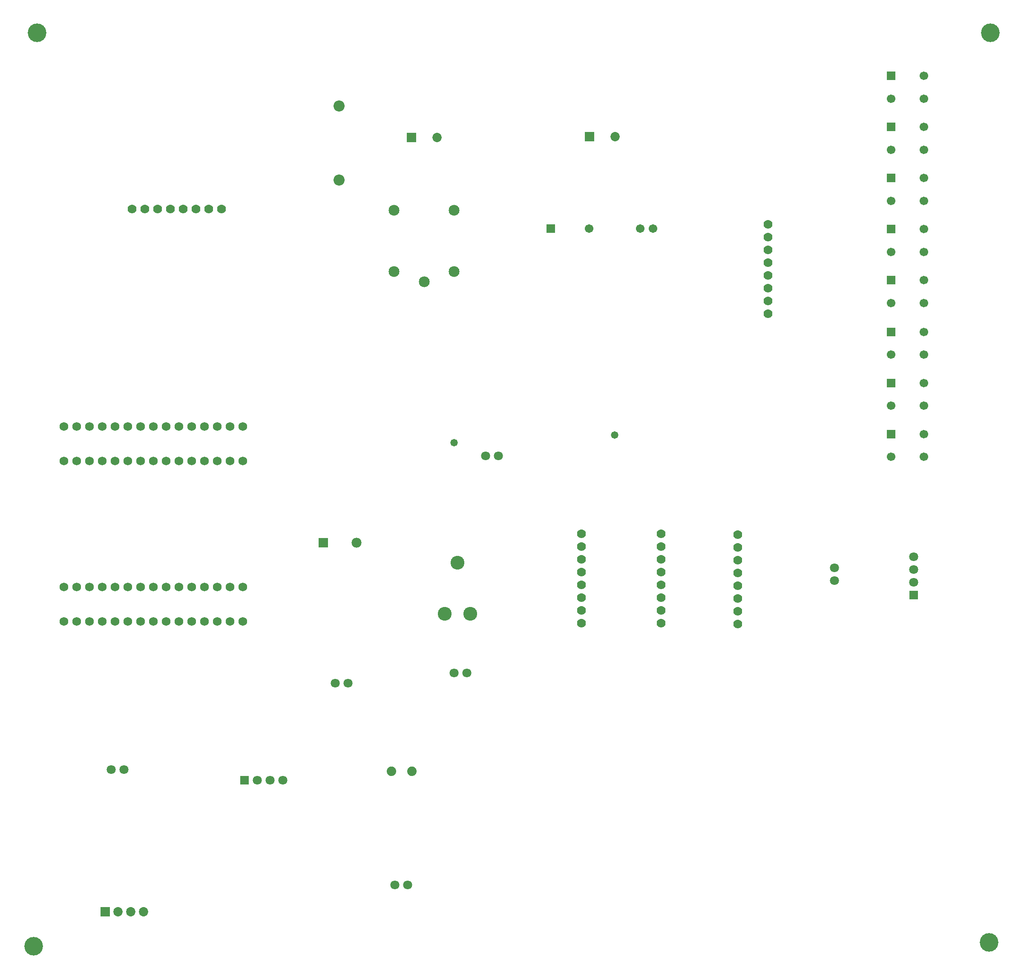
<source format=gbs>
G04*
G04 #@! TF.GenerationSoftware,Altium Limited,Altium Designer,23.1.1 (15)*
G04*
G04 Layer_Color=16711935*
%FSLAX44Y44*%
%MOMM*%
G71*
G04*
G04 #@! TF.SameCoordinates,AA1C95EE-6770-4743-BBAD-D3AA2F0EE2A5*
G04*
G04*
G04 #@! TF.FilePolarity,Negative*
G04*
G01*
G75*
%ADD31C,1.8532*%
%ADD32R,1.8532X1.8532*%
%ADD33C,3.7032*%
%ADD34C,1.9812*%
%ADD35R,1.9812X1.9812*%
%ADD36C,2.1532*%
%ADD37C,1.8082*%
%ADD38C,1.7780*%
%ADD39C,2.7432*%
%ADD40C,1.7012*%
%ADD41R,1.7012X1.7012*%
%ADD42C,1.7332*%
%ADD43R,1.7112X1.7112*%
%ADD44C,1.7112*%
%ADD45R,1.8082X1.8082*%
%ADD46C,1.8542*%
%ADD47R,1.8542X1.8542*%
%ADD48C,2.2032*%
%ADD49C,1.8796*%
%ADD50R,1.8082X1.8082*%
%ADD51C,2.7032*%
%ADD52C,1.4732*%
D31*
X1209040Y1663700D02*
D03*
X854710Y1662430D02*
D03*
D32*
X1158240Y1663700D02*
D03*
X803910Y1662430D02*
D03*
D33*
X53340Y53340D02*
D03*
X1951990Y60960D02*
D03*
X1954530Y1870710D02*
D03*
X59690D02*
D03*
D34*
X694690Y855980D02*
D03*
D35*
X628650D02*
D03*
D36*
X889310Y1517690D02*
D03*
X769310D02*
D03*
Y1395690D02*
D03*
X889310D02*
D03*
X829310Y1375690D02*
D03*
D37*
X207010Y405130D02*
D03*
X232410D02*
D03*
X652780Y576580D02*
D03*
X678180D02*
D03*
X770890Y175260D02*
D03*
X796290D02*
D03*
X951230Y1028700D02*
D03*
X976630D02*
D03*
X914670Y597170D02*
D03*
X889270D02*
D03*
X1644920Y806180D02*
D03*
Y780780D02*
D03*
X1802130Y828040D02*
D03*
Y802640D02*
D03*
Y777240D02*
D03*
X548640Y383540D02*
D03*
X523240D02*
D03*
X497840D02*
D03*
D38*
X1300480Y695960D02*
D03*
Y772160D02*
D03*
Y797560D02*
D03*
Y822960D02*
D03*
Y848360D02*
D03*
Y873760D02*
D03*
Y746760D02*
D03*
Y721360D02*
D03*
X1141730Y695960D02*
D03*
Y772160D02*
D03*
Y797560D02*
D03*
Y822960D02*
D03*
Y848360D02*
D03*
Y873760D02*
D03*
Y746760D02*
D03*
Y721360D02*
D03*
X1452880Y694690D02*
D03*
Y770890D02*
D03*
Y796290D02*
D03*
Y821690D02*
D03*
Y847090D02*
D03*
Y872490D02*
D03*
Y745490D02*
D03*
Y720090D02*
D03*
X426720Y1520190D02*
D03*
X350520D02*
D03*
X325120D02*
D03*
X299720D02*
D03*
X274320D02*
D03*
X248920D02*
D03*
X375920D02*
D03*
X401320D02*
D03*
X1512570Y1311910D02*
D03*
Y1388110D02*
D03*
Y1413510D02*
D03*
Y1438910D02*
D03*
Y1464310D02*
D03*
Y1489710D02*
D03*
Y1362710D02*
D03*
Y1337310D02*
D03*
D39*
X895350Y816610D02*
D03*
X869950Y715010D02*
D03*
X920750D02*
D03*
D40*
X1822840Y1581540D02*
D03*
Y1536540D02*
D03*
X1757840D02*
D03*
X1822840Y1479940D02*
D03*
Y1434940D02*
D03*
X1757840D02*
D03*
X1822840Y1378340D02*
D03*
Y1333340D02*
D03*
X1757840D02*
D03*
X1822840Y1173870D02*
D03*
Y1128870D02*
D03*
X1757840D02*
D03*
X1822840Y1072270D02*
D03*
Y1027270D02*
D03*
X1757840D02*
D03*
X1822840Y1683140D02*
D03*
Y1638140D02*
D03*
X1757840D02*
D03*
X1822840Y1784740D02*
D03*
Y1739740D02*
D03*
X1757840D02*
D03*
X1822840Y1275470D02*
D03*
Y1230470D02*
D03*
X1757840D02*
D03*
D41*
Y1581540D02*
D03*
Y1479940D02*
D03*
Y1378340D02*
D03*
Y1173870D02*
D03*
Y1072270D02*
D03*
Y1683140D02*
D03*
Y1784740D02*
D03*
Y1275470D02*
D03*
D42*
X468630Y699770D02*
D03*
X443230D02*
D03*
X417830D02*
D03*
X392430D02*
D03*
X367030D02*
D03*
X341630D02*
D03*
X316230D02*
D03*
X290830D02*
D03*
X265430D02*
D03*
X240030D02*
D03*
X214630D02*
D03*
X189230D02*
D03*
X163830D02*
D03*
X138430D02*
D03*
X113030D02*
D03*
Y768350D02*
D03*
X138430D02*
D03*
X163830D02*
D03*
X189230D02*
D03*
X214630D02*
D03*
X240030D02*
D03*
X265430D02*
D03*
X290830D02*
D03*
X316230D02*
D03*
X341630D02*
D03*
X367030D02*
D03*
X392430D02*
D03*
X417830D02*
D03*
X443230D02*
D03*
X468630D02*
D03*
Y1018540D02*
D03*
X443230D02*
D03*
X417830D02*
D03*
X392430D02*
D03*
X367030D02*
D03*
X341630D02*
D03*
X316230D02*
D03*
X290830D02*
D03*
X265430D02*
D03*
X240030D02*
D03*
X214630D02*
D03*
X189230D02*
D03*
X163830D02*
D03*
X138430D02*
D03*
X113030D02*
D03*
Y1087120D02*
D03*
X138430D02*
D03*
X163830D02*
D03*
X189230D02*
D03*
X214630D02*
D03*
X240030D02*
D03*
X265430D02*
D03*
X290830D02*
D03*
X316230D02*
D03*
X341630D02*
D03*
X367030D02*
D03*
X392430D02*
D03*
X417830D02*
D03*
X443230D02*
D03*
X468630D02*
D03*
D43*
X1080770Y1480850D02*
D03*
D44*
X1156970D02*
D03*
X1258570D02*
D03*
X1283970D02*
D03*
D45*
X1802130Y751840D02*
D03*
D46*
X271780Y122530D02*
D03*
X246380D02*
D03*
X220980D02*
D03*
D47*
X195580D02*
D03*
D48*
X660400Y1577340D02*
D03*
Y1724660D02*
D03*
D49*
X764860Y401320D02*
D03*
X804860D02*
D03*
D50*
X472440Y383540D02*
D03*
D51*
X53340Y53340D02*
D03*
X1951990Y60960D02*
D03*
X1954530Y1870710D02*
D03*
X59690D02*
D03*
D52*
X889000Y1055370D02*
D03*
X1207770Y1070610D02*
D03*
M02*

</source>
